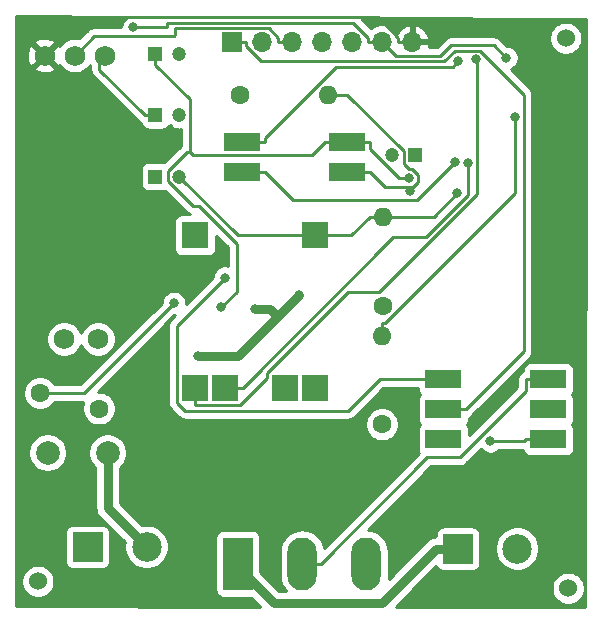
<source format=gtl>
G04 #@! TF.GenerationSoftware,KiCad,Pcbnew,5.1.6-c6e7f7d~87~ubuntu18.04.1*
G04 #@! TF.CreationDate,2020-10-10T14:26:16+05:30*
G04 #@! TF.ProjectId,BackEnd_HeavyDevice_v1,4261636b-456e-4645-9f48-656176794465,rev?*
G04 #@! TF.SameCoordinates,Original*
G04 #@! TF.FileFunction,Copper,L1,Top*
G04 #@! TF.FilePolarity,Positive*
%FSLAX46Y46*%
G04 Gerber Fmt 4.6, Leading zero omitted, Abs format (unit mm)*
G04 Created by KiCad (PCBNEW 5.1.6-c6e7f7d~87~ubuntu18.04.1) date 2020-10-10 14:26:16*
%MOMM*%
%LPD*%
G01*
G04 APERTURE LIST*
G04 #@! TA.AperFunction,ComponentPad*
%ADD10C,1.524000*%
G04 #@! TD*
G04 #@! TA.AperFunction,ComponentPad*
%ADD11C,1.200000*%
G04 #@! TD*
G04 #@! TA.AperFunction,ComponentPad*
%ADD12R,1.200000X1.200000*%
G04 #@! TD*
G04 #@! TA.AperFunction,ComponentPad*
%ADD13C,1.600000*%
G04 #@! TD*
G04 #@! TA.AperFunction,ComponentPad*
%ADD14O,1.600000X1.600000*%
G04 #@! TD*
G04 #@! TA.AperFunction,ComponentPad*
%ADD15C,2.000000*%
G04 #@! TD*
G04 #@! TA.AperFunction,ComponentPad*
%ADD16C,2.500000*%
G04 #@! TD*
G04 #@! TA.AperFunction,ComponentPad*
%ADD17R,2.500000X2.500000*%
G04 #@! TD*
G04 #@! TA.AperFunction,ComponentPad*
%ADD18O,1.700000X1.700000*%
G04 #@! TD*
G04 #@! TA.AperFunction,ComponentPad*
%ADD19R,1.700000X1.700000*%
G04 #@! TD*
G04 #@! TA.AperFunction,ComponentPad*
%ADD20O,2.500000X4.500000*%
G04 #@! TD*
G04 #@! TA.AperFunction,ComponentPad*
%ADD21R,2.500000X4.500000*%
G04 #@! TD*
G04 #@! TA.AperFunction,ComponentPad*
%ADD22R,2.286000X2.286000*%
G04 #@! TD*
G04 #@! TA.AperFunction,SMDPad,CuDef*
%ADD23R,3.100000X1.600000*%
G04 #@! TD*
G04 #@! TA.AperFunction,ComponentPad*
%ADD24C,1.750000*%
G04 #@! TD*
G04 #@! TA.AperFunction,ViaPad*
%ADD25C,0.800000*%
G04 #@! TD*
G04 #@! TA.AperFunction,Conductor*
%ADD26C,0.250000*%
G04 #@! TD*
G04 #@! TA.AperFunction,Conductor*
%ADD27C,0.800000*%
G04 #@! TD*
G04 #@! TA.AperFunction,Conductor*
%ADD28C,0.254000*%
G04 #@! TD*
G04 APERTURE END LIST*
D10*
X153101000Y-135156000D03*
X108222000Y-134567000D03*
X152916000Y-88577400D03*
D11*
X120161000Y-100294000D03*
D12*
X118161000Y-100294000D03*
D11*
X120166000Y-89893100D03*
D12*
X118166000Y-89893100D03*
D13*
X125291000Y-93370400D03*
D14*
X132791000Y-93370400D03*
D12*
X140178000Y-98473300D03*
D11*
X138178000Y-98473300D03*
D14*
X137350000Y-113780000D03*
D13*
X137350000Y-121280000D03*
D12*
X118166000Y-95079800D03*
D11*
X120166000Y-95079800D03*
D14*
X137427000Y-103714000D03*
D13*
X137427000Y-111214000D03*
D15*
X109035000Y-123668000D03*
X114115000Y-123678000D03*
D16*
X117418000Y-131648000D03*
D17*
X112418000Y-131648000D03*
D18*
X139903000Y-88902500D03*
X137363000Y-88902500D03*
X134823000Y-88902500D03*
X132283000Y-88902500D03*
X129743000Y-88902500D03*
X127203000Y-88902500D03*
D19*
X124663000Y-88902500D03*
D17*
X143784000Y-131803000D03*
D16*
X148784000Y-131803000D03*
D20*
X136036000Y-133068000D03*
X130586000Y-133068000D03*
D21*
X125136000Y-133068000D03*
D22*
X131711000Y-105276000D03*
X121531000Y-105276000D03*
X131691000Y-118196000D03*
X129151000Y-118196000D03*
X124071000Y-118196000D03*
X121531000Y-118196000D03*
D13*
X113400000Y-119936000D03*
X108400000Y-118636000D03*
D23*
X134424000Y-97330300D03*
X125534000Y-99870300D03*
X134424000Y-99870300D03*
X125534000Y-97330300D03*
D24*
X108791000Y-90050500D03*
X113871000Y-90050500D03*
X111331000Y-90050500D03*
X110441000Y-114050500D03*
X113301000Y-114050500D03*
D23*
X151435000Y-117462000D03*
X142545000Y-122542000D03*
X151435000Y-120002000D03*
X142545000Y-120002000D03*
X151435000Y-122542000D03*
X142545000Y-117462000D03*
D25*
X121734580Y-115496340D03*
X130350260Y-110304580D03*
X143717200Y-101722500D03*
X147880000Y-90251500D03*
X116291360Y-87665560D03*
X139665300Y-100440600D03*
X123751340Y-111348520D03*
X139716000Y-101528800D03*
X148585300Y-95224700D03*
X144607800Y-99160100D03*
X119727400Y-111011700D03*
X126606300Y-111485680D03*
X124055700Y-108860700D03*
X143821400Y-90543700D03*
X143535100Y-99051400D03*
X145269800Y-90372600D03*
X146522500Y-122715600D03*
D26*
X131711000Y-105276000D02*
X125143000Y-105276000D01*
X125143000Y-105276000D02*
X120161000Y-100294000D01*
X136301700Y-103714000D02*
X134739700Y-105276000D01*
X134739700Y-105276000D02*
X131711000Y-105276000D01*
X138552300Y-103714000D02*
X141725700Y-103714000D01*
X141725700Y-103714000D02*
X143717200Y-101722500D01*
X137427000Y-103714000D02*
X138552300Y-103714000D01*
X137427000Y-103714000D02*
X136301700Y-103714000D01*
X113421200Y-91260300D02*
X117240700Y-95079800D01*
X136187700Y-88902500D02*
X136187700Y-88535100D01*
X136187700Y-88535100D02*
X134926500Y-87273900D01*
X113871000Y-90050500D02*
X113421200Y-90500300D01*
X113421200Y-90500300D02*
X113421200Y-91260300D01*
X118166000Y-95079800D02*
X117240700Y-95079800D01*
X137363000Y-88902500D02*
X136187700Y-88902500D01*
X147880000Y-90251500D02*
X146807500Y-89179000D01*
X146807500Y-89179000D02*
X143211500Y-89179000D01*
X143211500Y-89179000D02*
X142297200Y-90093300D01*
X142297200Y-90093300D02*
X138553800Y-90093300D01*
X138553800Y-90093300D02*
X137363000Y-88902500D01*
X119122960Y-87665060D02*
X119123460Y-87665560D01*
X119122960Y-87273900D02*
X119122960Y-87665060D01*
X134926500Y-87273900D02*
X119122960Y-87273900D01*
X119123460Y-87665560D02*
X116291360Y-87665560D01*
X116291360Y-87665560D02*
X116291360Y-87665560D01*
X134424000Y-97330300D02*
X136299300Y-97330300D01*
X139665300Y-100440600D02*
X138794200Y-100440600D01*
X138794200Y-100440600D02*
X136299300Y-97945700D01*
X136299300Y-97945700D02*
X136299300Y-97330300D01*
X134424000Y-97330300D02*
X132548700Y-97330300D01*
X121107900Y-98230400D02*
X120854200Y-98230400D01*
X120854200Y-98230400D02*
X119227400Y-99857200D01*
X119227400Y-99857200D02*
X119227400Y-100670200D01*
X119227400Y-100670200D02*
X121334100Y-102776900D01*
X121334100Y-102776900D02*
X121836700Y-102776900D01*
X121836700Y-102776900D02*
X125031000Y-105971200D01*
X118166000Y-90818400D02*
X121107900Y-93760300D01*
X121107900Y-93760300D02*
X121107900Y-98230400D01*
X132548700Y-97330300D02*
X131423400Y-98455600D01*
X131423400Y-98455600D02*
X121333100Y-98455600D01*
X121333100Y-98455600D02*
X121107900Y-98230400D01*
X118166000Y-89893100D02*
X118166000Y-90818400D01*
X125031000Y-105971200D02*
X125031000Y-109029000D01*
X125031000Y-110068860D02*
X123751340Y-111348520D01*
X125031000Y-109029000D02*
X125031000Y-110068860D01*
X139716000Y-101166700D02*
X139716000Y-101528800D01*
X139716000Y-101166700D02*
X137595700Y-101166700D01*
X137595700Y-101166700D02*
X136299300Y-99870300D01*
X132791000Y-93370400D02*
X134416300Y-93370400D01*
X134416300Y-93370400D02*
X139194600Y-98148700D01*
X139194600Y-98148700D02*
X139194600Y-99202400D01*
X139194600Y-99202400D02*
X139632800Y-99640600D01*
X139632800Y-99640600D02*
X139905900Y-99640600D01*
X139905900Y-99640600D02*
X140396900Y-100131600D01*
X140396900Y-100131600D02*
X140396900Y-100739600D01*
X140396900Y-100739600D02*
X139969800Y-101166700D01*
X139969800Y-101166700D02*
X139716000Y-101166700D01*
X134424000Y-99870300D02*
X136299300Y-99870300D01*
X148585300Y-95224700D02*
X148585300Y-101700700D01*
X148585300Y-101700700D02*
X137631300Y-112654700D01*
X137631300Y-112654700D02*
X137350000Y-112654700D01*
X137350000Y-113780000D02*
X137350000Y-112654700D01*
X107845860Y-89105360D02*
X108791000Y-90050500D01*
X107845860Y-87370920D02*
X107845860Y-89105360D01*
X139903000Y-88902500D02*
X138727700Y-88902500D01*
X138727700Y-88535200D02*
X137016000Y-86823500D01*
X138727700Y-88902500D02*
X138727700Y-88535200D01*
X137016000Y-86823500D02*
X108393280Y-86823500D01*
X108393280Y-86823500D02*
X107845860Y-87370920D01*
D27*
X117418000Y-131648000D02*
X114115000Y-128345000D01*
X114115000Y-128345000D02*
X114115000Y-123678000D01*
D26*
X124071000Y-118196000D02*
X125539300Y-118196000D01*
X125539300Y-118196000D02*
X138290200Y-105445100D01*
X138290200Y-105445100D02*
X141059900Y-105445100D01*
X141059900Y-105445100D02*
X144607800Y-101897200D01*
X144607800Y-101897200D02*
X144607800Y-99160100D01*
X108400000Y-118636000D02*
X112103100Y-118636000D01*
X112103100Y-118636000D02*
X119727400Y-111011700D01*
D27*
X121734580Y-115496340D02*
X125158500Y-115496340D01*
X128469390Y-112185450D02*
X128469390Y-112068610D01*
X128469390Y-112185450D02*
X130350260Y-110304580D01*
X125158500Y-115496340D02*
X128469390Y-112185450D01*
X127886460Y-111485680D02*
X126606300Y-111485680D01*
X128469390Y-112068610D02*
X127886460Y-111485680D01*
D26*
X127759800Y-87727200D02*
X128567700Y-88535100D01*
X128567700Y-88535100D02*
X128567700Y-88902500D01*
X129743000Y-88902500D02*
X128567700Y-88902500D01*
X119803500Y-87727200D02*
X127759800Y-87727200D01*
X119803500Y-87727200D02*
X119803500Y-88319020D01*
X119731720Y-88390800D02*
X112990700Y-88390800D01*
X119803500Y-88319020D02*
X119731720Y-88390800D01*
X111331000Y-90050500D02*
X112990700Y-88390800D01*
X124663000Y-88902500D02*
X125838300Y-88902500D01*
X142545000Y-120002000D02*
X144420300Y-120002000D01*
X144420300Y-120002000D02*
X149330400Y-115091900D01*
X149330400Y-115091900D02*
X149330400Y-93354400D01*
X149330400Y-93354400D02*
X145605300Y-89629300D01*
X145605300Y-89629300D02*
X143554400Y-89629300D01*
X143554400Y-89629300D02*
X142640000Y-90543700D01*
X142640000Y-90543700D02*
X127112200Y-90543700D01*
X127112200Y-90543700D02*
X125838300Y-89269800D01*
X125838300Y-89269800D02*
X125838300Y-88902500D01*
D27*
X141933700Y-131803000D02*
X143784000Y-131803000D01*
X125136000Y-133068000D02*
X125136000Y-133365600D01*
X125136000Y-133365600D02*
X127688410Y-135918010D01*
X127688410Y-135918010D02*
X127721430Y-135918010D01*
X127721430Y-135918010D02*
X128196340Y-136392920D01*
X128196340Y-136392920D02*
X137343780Y-136392920D01*
X137343780Y-136392920D02*
X141933700Y-131803000D01*
D26*
X130586000Y-133068000D02*
X132161300Y-133068000D01*
X151435000Y-117462000D02*
X149559700Y-117462000D01*
X149559700Y-117462000D02*
X149559700Y-118446600D01*
X149559700Y-118446600D02*
X143938900Y-124067400D01*
X143938900Y-124067400D02*
X141161900Y-124067400D01*
X141161900Y-124067400D02*
X132161300Y-133068000D01*
X124055700Y-108860700D02*
X120000700Y-112915700D01*
X120000700Y-112915700D02*
X120000700Y-119450500D01*
X120000700Y-119450500D02*
X120664800Y-120114600D01*
X120664800Y-120114600D02*
X134500800Y-120114600D01*
X134500800Y-120114600D02*
X137153400Y-117462000D01*
X137153400Y-117462000D02*
X142545000Y-117462000D01*
X127409300Y-97330300D02*
X127409300Y-97049000D01*
X127409300Y-97049000D02*
X133464300Y-90994000D01*
X133464300Y-90994000D02*
X143371100Y-90994000D01*
X143371100Y-90994000D02*
X143821400Y-90543700D01*
X125534000Y-97330300D02*
X127409300Y-97330300D01*
X125534000Y-99870300D02*
X127409300Y-99870300D01*
X127409300Y-99870300D02*
X129793200Y-102254200D01*
X129793200Y-102254200D02*
X140332300Y-102254200D01*
X140332300Y-102254200D02*
X143535100Y-99051400D01*
X145269800Y-90372600D02*
X145353500Y-90456300D01*
X145353500Y-90456300D02*
X145353500Y-101788400D01*
X145353500Y-101788400D02*
X137053300Y-110088600D01*
X137053300Y-110088600D02*
X134443800Y-110088600D01*
X134443800Y-110088600D02*
X127644600Y-116887800D01*
X127644600Y-116887800D02*
X127644600Y-117368500D01*
X127644600Y-117368500D02*
X125348800Y-119664300D01*
X125348800Y-119664300D02*
X121531000Y-119664300D01*
X121531000Y-118196000D02*
X121531000Y-119664300D01*
X151435000Y-122542000D02*
X149559700Y-122542000D01*
X149559700Y-122542000D02*
X149386100Y-122715600D01*
X149386100Y-122715600D02*
X146522500Y-122715600D01*
D28*
G36*
X154650234Y-86991656D02*
G01*
X154569366Y-136710380D01*
X138495088Y-136705322D01*
X140182002Y-135018408D01*
X151704000Y-135018408D01*
X151704000Y-135293592D01*
X151757686Y-135563490D01*
X151862995Y-135817727D01*
X152015880Y-136046535D01*
X152210465Y-136241120D01*
X152439273Y-136394005D01*
X152693510Y-136499314D01*
X152963408Y-136553000D01*
X153238592Y-136553000D01*
X153508490Y-136499314D01*
X153762727Y-136394005D01*
X153991535Y-136241120D01*
X154186120Y-136046535D01*
X154339005Y-135817727D01*
X154444314Y-135563490D01*
X154498000Y-135293592D01*
X154498000Y-135018408D01*
X154444314Y-134748510D01*
X154339005Y-134494273D01*
X154186120Y-134265465D01*
X153991535Y-134070880D01*
X153762727Y-133917995D01*
X153508490Y-133812686D01*
X153238592Y-133759000D01*
X152963408Y-133759000D01*
X152693510Y-133812686D01*
X152439273Y-133917995D01*
X152210465Y-134070880D01*
X152015880Y-134265465D01*
X151862995Y-134494273D01*
X151757686Y-134748510D01*
X151704000Y-135018408D01*
X140182002Y-135018408D01*
X141934893Y-133265518D01*
X141944498Y-133297180D01*
X142003463Y-133407494D01*
X142082815Y-133504185D01*
X142179506Y-133583537D01*
X142289820Y-133642502D01*
X142409518Y-133678812D01*
X142534000Y-133691072D01*
X145034000Y-133691072D01*
X145158482Y-133678812D01*
X145278180Y-133642502D01*
X145388494Y-133583537D01*
X145485185Y-133504185D01*
X145564537Y-133407494D01*
X145623502Y-133297180D01*
X145659812Y-133177482D01*
X145672072Y-133053000D01*
X145672072Y-131617344D01*
X146899000Y-131617344D01*
X146899000Y-131988656D01*
X146971439Y-132352834D01*
X147113534Y-132695882D01*
X147319825Y-133004618D01*
X147582382Y-133267175D01*
X147891118Y-133473466D01*
X148234166Y-133615561D01*
X148598344Y-133688000D01*
X148969656Y-133688000D01*
X149333834Y-133615561D01*
X149676882Y-133473466D01*
X149985618Y-133267175D01*
X150248175Y-133004618D01*
X150454466Y-132695882D01*
X150596561Y-132352834D01*
X150669000Y-131988656D01*
X150669000Y-131617344D01*
X150596561Y-131253166D01*
X150454466Y-130910118D01*
X150248175Y-130601382D01*
X149985618Y-130338825D01*
X149676882Y-130132534D01*
X149333834Y-129990439D01*
X148969656Y-129918000D01*
X148598344Y-129918000D01*
X148234166Y-129990439D01*
X147891118Y-130132534D01*
X147582382Y-130338825D01*
X147319825Y-130601382D01*
X147113534Y-130910118D01*
X146971439Y-131253166D01*
X146899000Y-131617344D01*
X145672072Y-131617344D01*
X145672072Y-130553000D01*
X145659812Y-130428518D01*
X145623502Y-130308820D01*
X145564537Y-130198506D01*
X145485185Y-130101815D01*
X145388494Y-130022463D01*
X145278180Y-129963498D01*
X145158482Y-129927188D01*
X145034000Y-129914928D01*
X142534000Y-129914928D01*
X142409518Y-129927188D01*
X142289820Y-129963498D01*
X142179506Y-130022463D01*
X142082815Y-130101815D01*
X142003463Y-130198506D01*
X141944498Y-130308820D01*
X141908188Y-130428518D01*
X141895928Y-130553000D01*
X141895928Y-130766714D01*
X141882871Y-130768000D01*
X141882862Y-130768000D01*
X141730805Y-130782976D01*
X141535707Y-130842159D01*
X141452009Y-130886896D01*
X141355902Y-130938266D01*
X141261570Y-131015683D01*
X141198304Y-131067604D01*
X141165897Y-131107092D01*
X137900090Y-134372900D01*
X137921000Y-134160597D01*
X137921000Y-131975403D01*
X137893725Y-131698476D01*
X137785939Y-131343152D01*
X137610903Y-131015683D01*
X137375345Y-130728655D01*
X137088317Y-130493097D01*
X136760847Y-130318061D01*
X136405523Y-130210275D01*
X136121773Y-130182328D01*
X141476702Y-124827400D01*
X143901578Y-124827400D01*
X143938900Y-124831076D01*
X143976222Y-124827400D01*
X143976233Y-124827400D01*
X144087886Y-124816403D01*
X144231147Y-124772946D01*
X144363176Y-124702374D01*
X144478901Y-124607401D01*
X144502704Y-124578397D01*
X145713422Y-123367680D01*
X145718563Y-123375374D01*
X145862726Y-123519537D01*
X146032244Y-123632805D01*
X146220602Y-123710826D01*
X146420561Y-123750600D01*
X146624439Y-123750600D01*
X146824398Y-123710826D01*
X147012756Y-123632805D01*
X147182274Y-123519537D01*
X147226211Y-123475600D01*
X149261954Y-123475600D01*
X149295498Y-123586180D01*
X149354463Y-123696494D01*
X149433815Y-123793185D01*
X149530506Y-123872537D01*
X149640820Y-123931502D01*
X149760518Y-123967812D01*
X149885000Y-123980072D01*
X152985000Y-123980072D01*
X153109482Y-123967812D01*
X153229180Y-123931502D01*
X153339494Y-123872537D01*
X153436185Y-123793185D01*
X153515537Y-123696494D01*
X153574502Y-123586180D01*
X153610812Y-123466482D01*
X153623072Y-123342000D01*
X153623072Y-121742000D01*
X153610812Y-121617518D01*
X153574502Y-121497820D01*
X153515537Y-121387506D01*
X153436185Y-121290815D01*
X153413259Y-121272000D01*
X153436185Y-121253185D01*
X153515537Y-121156494D01*
X153574502Y-121046180D01*
X153610812Y-120926482D01*
X153623072Y-120802000D01*
X153623072Y-119202000D01*
X153610812Y-119077518D01*
X153574502Y-118957820D01*
X153515537Y-118847506D01*
X153436185Y-118750815D01*
X153413259Y-118732000D01*
X153436185Y-118713185D01*
X153515537Y-118616494D01*
X153574502Y-118506180D01*
X153610812Y-118386482D01*
X153623072Y-118262000D01*
X153623072Y-116662000D01*
X153610812Y-116537518D01*
X153574502Y-116417820D01*
X153515537Y-116307506D01*
X153436185Y-116210815D01*
X153339494Y-116131463D01*
X153229180Y-116072498D01*
X153109482Y-116036188D01*
X152985000Y-116023928D01*
X149885000Y-116023928D01*
X149760518Y-116036188D01*
X149640820Y-116072498D01*
X149530506Y-116131463D01*
X149433815Y-116210815D01*
X149354463Y-116307506D01*
X149295498Y-116417820D01*
X149259188Y-116537518D01*
X149246928Y-116662000D01*
X149246928Y-116767425D01*
X149135424Y-116827026D01*
X149019699Y-116921999D01*
X148924726Y-117037724D01*
X148854154Y-117169753D01*
X148810697Y-117313014D01*
X148796023Y-117462000D01*
X148799700Y-117499334D01*
X148799701Y-118131797D01*
X144733072Y-122198427D01*
X144733072Y-121742000D01*
X144720812Y-121617518D01*
X144684502Y-121497820D01*
X144625537Y-121387506D01*
X144546185Y-121290815D01*
X144523259Y-121272000D01*
X144546185Y-121253185D01*
X144625537Y-121156494D01*
X144684502Y-121046180D01*
X144720812Y-120926482D01*
X144733072Y-120802000D01*
X144733072Y-120696575D01*
X144844576Y-120636974D01*
X144960301Y-120542001D01*
X144984104Y-120512997D01*
X149841404Y-115655698D01*
X149870401Y-115631901D01*
X149897994Y-115598279D01*
X149965374Y-115516177D01*
X150035946Y-115384147D01*
X150035946Y-115384146D01*
X150079403Y-115240886D01*
X150090400Y-115129233D01*
X150090400Y-115129223D01*
X150094076Y-115091901D01*
X150090400Y-115054578D01*
X150090400Y-93391723D01*
X150094076Y-93354400D01*
X150090400Y-93317077D01*
X150090400Y-93317067D01*
X150079403Y-93205414D01*
X150035946Y-93062153D01*
X150000919Y-92996623D01*
X149965374Y-92930123D01*
X149894199Y-92843397D01*
X149870401Y-92814399D01*
X149841403Y-92790601D01*
X148263660Y-91212859D01*
X148370256Y-91168705D01*
X148539774Y-91055437D01*
X148683937Y-90911274D01*
X148797205Y-90741756D01*
X148875226Y-90553398D01*
X148915000Y-90353439D01*
X148915000Y-90149561D01*
X148875226Y-89949602D01*
X148797205Y-89761244D01*
X148683937Y-89591726D01*
X148539774Y-89447563D01*
X148370256Y-89334295D01*
X148181898Y-89256274D01*
X147981939Y-89216500D01*
X147919802Y-89216500D01*
X147371304Y-88668002D01*
X147347501Y-88638999D01*
X147231776Y-88544026D01*
X147099747Y-88473454D01*
X146988830Y-88439808D01*
X151519000Y-88439808D01*
X151519000Y-88714992D01*
X151572686Y-88984890D01*
X151677995Y-89239127D01*
X151830880Y-89467935D01*
X152025465Y-89662520D01*
X152254273Y-89815405D01*
X152508510Y-89920714D01*
X152778408Y-89974400D01*
X153053592Y-89974400D01*
X153323490Y-89920714D01*
X153577727Y-89815405D01*
X153806535Y-89662520D01*
X154001120Y-89467935D01*
X154154005Y-89239127D01*
X154259314Y-88984890D01*
X154313000Y-88714992D01*
X154313000Y-88439808D01*
X154259314Y-88169910D01*
X154154005Y-87915673D01*
X154001120Y-87686865D01*
X153806535Y-87492280D01*
X153577727Y-87339395D01*
X153323490Y-87234086D01*
X153053592Y-87180400D01*
X152778408Y-87180400D01*
X152508510Y-87234086D01*
X152254273Y-87339395D01*
X152025465Y-87492280D01*
X151830880Y-87686865D01*
X151677995Y-87915673D01*
X151572686Y-88169910D01*
X151519000Y-88439808D01*
X146988830Y-88439808D01*
X146956486Y-88429997D01*
X146844833Y-88419000D01*
X146844822Y-88419000D01*
X146807500Y-88415324D01*
X146770178Y-88419000D01*
X143248822Y-88419000D01*
X143211499Y-88415324D01*
X143174176Y-88419000D01*
X143174167Y-88419000D01*
X143062514Y-88429997D01*
X142919253Y-88473454D01*
X142787224Y-88544026D01*
X142787222Y-88544027D01*
X142787223Y-88544027D01*
X142700496Y-88615201D01*
X142700492Y-88615205D01*
X142671499Y-88638999D01*
X142647705Y-88667992D01*
X141982398Y-89333300D01*
X141318263Y-89333300D01*
X141344481Y-89259391D01*
X141223814Y-89029500D01*
X140030000Y-89029500D01*
X140030000Y-89049500D01*
X139776000Y-89049500D01*
X139776000Y-89029500D01*
X139756000Y-89029500D01*
X139756000Y-88775500D01*
X139776000Y-88775500D01*
X139776000Y-87582345D01*
X140030000Y-87582345D01*
X140030000Y-88775500D01*
X141223814Y-88775500D01*
X141344481Y-88545609D01*
X141247157Y-88271248D01*
X141098178Y-88021145D01*
X140903269Y-87804912D01*
X140669920Y-87630859D01*
X140407099Y-87505675D01*
X140259890Y-87461024D01*
X140030000Y-87582345D01*
X139776000Y-87582345D01*
X139546110Y-87461024D01*
X139398901Y-87505675D01*
X139136080Y-87630859D01*
X138902731Y-87804912D01*
X138707822Y-88021145D01*
X138638195Y-88138034D01*
X138516475Y-87955868D01*
X138309632Y-87749025D01*
X138066411Y-87586510D01*
X137796158Y-87474568D01*
X137509260Y-87417500D01*
X137216740Y-87417500D01*
X136929842Y-87474568D01*
X136659589Y-87586510D01*
X136452371Y-87724969D01*
X135598388Y-86870986D01*
X154650234Y-86991656D01*
G37*
X154650234Y-86991656D02*
X154569366Y-136710380D01*
X138495088Y-136705322D01*
X140182002Y-135018408D01*
X151704000Y-135018408D01*
X151704000Y-135293592D01*
X151757686Y-135563490D01*
X151862995Y-135817727D01*
X152015880Y-136046535D01*
X152210465Y-136241120D01*
X152439273Y-136394005D01*
X152693510Y-136499314D01*
X152963408Y-136553000D01*
X153238592Y-136553000D01*
X153508490Y-136499314D01*
X153762727Y-136394005D01*
X153991535Y-136241120D01*
X154186120Y-136046535D01*
X154339005Y-135817727D01*
X154444314Y-135563490D01*
X154498000Y-135293592D01*
X154498000Y-135018408D01*
X154444314Y-134748510D01*
X154339005Y-134494273D01*
X154186120Y-134265465D01*
X153991535Y-134070880D01*
X153762727Y-133917995D01*
X153508490Y-133812686D01*
X153238592Y-133759000D01*
X152963408Y-133759000D01*
X152693510Y-133812686D01*
X152439273Y-133917995D01*
X152210465Y-134070880D01*
X152015880Y-134265465D01*
X151862995Y-134494273D01*
X151757686Y-134748510D01*
X151704000Y-135018408D01*
X140182002Y-135018408D01*
X141934893Y-133265518D01*
X141944498Y-133297180D01*
X142003463Y-133407494D01*
X142082815Y-133504185D01*
X142179506Y-133583537D01*
X142289820Y-133642502D01*
X142409518Y-133678812D01*
X142534000Y-133691072D01*
X145034000Y-133691072D01*
X145158482Y-133678812D01*
X145278180Y-133642502D01*
X145388494Y-133583537D01*
X145485185Y-133504185D01*
X145564537Y-133407494D01*
X145623502Y-133297180D01*
X145659812Y-133177482D01*
X145672072Y-133053000D01*
X145672072Y-131617344D01*
X146899000Y-131617344D01*
X146899000Y-131988656D01*
X146971439Y-132352834D01*
X147113534Y-132695882D01*
X147319825Y-133004618D01*
X147582382Y-133267175D01*
X147891118Y-133473466D01*
X148234166Y-133615561D01*
X148598344Y-133688000D01*
X148969656Y-133688000D01*
X149333834Y-133615561D01*
X149676882Y-133473466D01*
X149985618Y-133267175D01*
X150248175Y-133004618D01*
X150454466Y-132695882D01*
X150596561Y-132352834D01*
X150669000Y-131988656D01*
X150669000Y-131617344D01*
X150596561Y-131253166D01*
X150454466Y-130910118D01*
X150248175Y-130601382D01*
X149985618Y-130338825D01*
X149676882Y-130132534D01*
X149333834Y-129990439D01*
X148969656Y-129918000D01*
X148598344Y-129918000D01*
X148234166Y-129990439D01*
X147891118Y-130132534D01*
X147582382Y-130338825D01*
X147319825Y-130601382D01*
X147113534Y-130910118D01*
X146971439Y-131253166D01*
X146899000Y-131617344D01*
X145672072Y-131617344D01*
X145672072Y-130553000D01*
X145659812Y-130428518D01*
X145623502Y-130308820D01*
X145564537Y-130198506D01*
X145485185Y-130101815D01*
X145388494Y-130022463D01*
X145278180Y-129963498D01*
X145158482Y-129927188D01*
X145034000Y-129914928D01*
X142534000Y-129914928D01*
X142409518Y-129927188D01*
X142289820Y-129963498D01*
X142179506Y-130022463D01*
X142082815Y-130101815D01*
X142003463Y-130198506D01*
X141944498Y-130308820D01*
X141908188Y-130428518D01*
X141895928Y-130553000D01*
X141895928Y-130766714D01*
X141882871Y-130768000D01*
X141882862Y-130768000D01*
X141730805Y-130782976D01*
X141535707Y-130842159D01*
X141452009Y-130886896D01*
X141355902Y-130938266D01*
X141261570Y-131015683D01*
X141198304Y-131067604D01*
X141165897Y-131107092D01*
X137900090Y-134372900D01*
X137921000Y-134160597D01*
X137921000Y-131975403D01*
X137893725Y-131698476D01*
X137785939Y-131343152D01*
X137610903Y-131015683D01*
X137375345Y-130728655D01*
X137088317Y-130493097D01*
X136760847Y-130318061D01*
X136405523Y-130210275D01*
X136121773Y-130182328D01*
X141476702Y-124827400D01*
X143901578Y-124827400D01*
X143938900Y-124831076D01*
X143976222Y-124827400D01*
X143976233Y-124827400D01*
X144087886Y-124816403D01*
X144231147Y-124772946D01*
X144363176Y-124702374D01*
X144478901Y-124607401D01*
X144502704Y-124578397D01*
X145713422Y-123367680D01*
X145718563Y-123375374D01*
X145862726Y-123519537D01*
X146032244Y-123632805D01*
X146220602Y-123710826D01*
X146420561Y-123750600D01*
X146624439Y-123750600D01*
X146824398Y-123710826D01*
X147012756Y-123632805D01*
X147182274Y-123519537D01*
X147226211Y-123475600D01*
X149261954Y-123475600D01*
X149295498Y-123586180D01*
X149354463Y-123696494D01*
X149433815Y-123793185D01*
X149530506Y-123872537D01*
X149640820Y-123931502D01*
X149760518Y-123967812D01*
X149885000Y-123980072D01*
X152985000Y-123980072D01*
X153109482Y-123967812D01*
X153229180Y-123931502D01*
X153339494Y-123872537D01*
X153436185Y-123793185D01*
X153515537Y-123696494D01*
X153574502Y-123586180D01*
X153610812Y-123466482D01*
X153623072Y-123342000D01*
X153623072Y-121742000D01*
X153610812Y-121617518D01*
X153574502Y-121497820D01*
X153515537Y-121387506D01*
X153436185Y-121290815D01*
X153413259Y-121272000D01*
X153436185Y-121253185D01*
X153515537Y-121156494D01*
X153574502Y-121046180D01*
X153610812Y-120926482D01*
X153623072Y-120802000D01*
X153623072Y-119202000D01*
X153610812Y-119077518D01*
X153574502Y-118957820D01*
X153515537Y-118847506D01*
X153436185Y-118750815D01*
X153413259Y-118732000D01*
X153436185Y-118713185D01*
X153515537Y-118616494D01*
X153574502Y-118506180D01*
X153610812Y-118386482D01*
X153623072Y-118262000D01*
X153623072Y-116662000D01*
X153610812Y-116537518D01*
X153574502Y-116417820D01*
X153515537Y-116307506D01*
X153436185Y-116210815D01*
X153339494Y-116131463D01*
X153229180Y-116072498D01*
X153109482Y-116036188D01*
X152985000Y-116023928D01*
X149885000Y-116023928D01*
X149760518Y-116036188D01*
X149640820Y-116072498D01*
X149530506Y-116131463D01*
X149433815Y-116210815D01*
X149354463Y-116307506D01*
X149295498Y-116417820D01*
X149259188Y-116537518D01*
X149246928Y-116662000D01*
X149246928Y-116767425D01*
X149135424Y-116827026D01*
X149019699Y-116921999D01*
X148924726Y-117037724D01*
X148854154Y-117169753D01*
X148810697Y-117313014D01*
X148796023Y-117462000D01*
X148799700Y-117499334D01*
X148799701Y-118131797D01*
X144733072Y-122198427D01*
X144733072Y-121742000D01*
X144720812Y-121617518D01*
X144684502Y-121497820D01*
X144625537Y-121387506D01*
X144546185Y-121290815D01*
X144523259Y-121272000D01*
X144546185Y-121253185D01*
X144625537Y-121156494D01*
X144684502Y-121046180D01*
X144720812Y-120926482D01*
X144733072Y-120802000D01*
X144733072Y-120696575D01*
X144844576Y-120636974D01*
X144960301Y-120542001D01*
X144984104Y-120512997D01*
X149841404Y-115655698D01*
X149870401Y-115631901D01*
X149897994Y-115598279D01*
X149965374Y-115516177D01*
X150035946Y-115384147D01*
X150035946Y-115384146D01*
X150079403Y-115240886D01*
X150090400Y-115129233D01*
X150090400Y-115129223D01*
X150094076Y-115091901D01*
X150090400Y-115054578D01*
X150090400Y-93391723D01*
X150094076Y-93354400D01*
X150090400Y-93317077D01*
X150090400Y-93317067D01*
X150079403Y-93205414D01*
X150035946Y-93062153D01*
X150000919Y-92996623D01*
X149965374Y-92930123D01*
X149894199Y-92843397D01*
X149870401Y-92814399D01*
X149841403Y-92790601D01*
X148263660Y-91212859D01*
X148370256Y-91168705D01*
X148539774Y-91055437D01*
X148683937Y-90911274D01*
X148797205Y-90741756D01*
X148875226Y-90553398D01*
X148915000Y-90353439D01*
X148915000Y-90149561D01*
X148875226Y-89949602D01*
X148797205Y-89761244D01*
X148683937Y-89591726D01*
X148539774Y-89447563D01*
X148370256Y-89334295D01*
X148181898Y-89256274D01*
X147981939Y-89216500D01*
X147919802Y-89216500D01*
X147371304Y-88668002D01*
X147347501Y-88638999D01*
X147231776Y-88544026D01*
X147099747Y-88473454D01*
X146988830Y-88439808D01*
X151519000Y-88439808D01*
X151519000Y-88714992D01*
X151572686Y-88984890D01*
X151677995Y-89239127D01*
X151830880Y-89467935D01*
X152025465Y-89662520D01*
X152254273Y-89815405D01*
X152508510Y-89920714D01*
X152778408Y-89974400D01*
X153053592Y-89974400D01*
X153323490Y-89920714D01*
X153577727Y-89815405D01*
X153806535Y-89662520D01*
X154001120Y-89467935D01*
X154154005Y-89239127D01*
X154259314Y-88984890D01*
X154313000Y-88714992D01*
X154313000Y-88439808D01*
X154259314Y-88169910D01*
X154154005Y-87915673D01*
X154001120Y-87686865D01*
X153806535Y-87492280D01*
X153577727Y-87339395D01*
X153323490Y-87234086D01*
X153053592Y-87180400D01*
X152778408Y-87180400D01*
X152508510Y-87234086D01*
X152254273Y-87339395D01*
X152025465Y-87492280D01*
X151830880Y-87686865D01*
X151677995Y-87915673D01*
X151572686Y-88169910D01*
X151519000Y-88439808D01*
X146988830Y-88439808D01*
X146956486Y-88429997D01*
X146844833Y-88419000D01*
X146844822Y-88419000D01*
X146807500Y-88415324D01*
X146770178Y-88419000D01*
X143248822Y-88419000D01*
X143211499Y-88415324D01*
X143174176Y-88419000D01*
X143174167Y-88419000D01*
X143062514Y-88429997D01*
X142919253Y-88473454D01*
X142787224Y-88544026D01*
X142787222Y-88544027D01*
X142787223Y-88544027D01*
X142700496Y-88615201D01*
X142700492Y-88615205D01*
X142671499Y-88638999D01*
X142647705Y-88667992D01*
X141982398Y-89333300D01*
X141318263Y-89333300D01*
X141344481Y-89259391D01*
X141223814Y-89029500D01*
X140030000Y-89029500D01*
X140030000Y-89049500D01*
X139776000Y-89049500D01*
X139776000Y-89029500D01*
X139756000Y-89029500D01*
X139756000Y-88775500D01*
X139776000Y-88775500D01*
X139776000Y-87582345D01*
X140030000Y-87582345D01*
X140030000Y-88775500D01*
X141223814Y-88775500D01*
X141344481Y-88545609D01*
X141247157Y-88271248D01*
X141098178Y-88021145D01*
X140903269Y-87804912D01*
X140669920Y-87630859D01*
X140407099Y-87505675D01*
X140259890Y-87461024D01*
X140030000Y-87582345D01*
X139776000Y-87582345D01*
X139546110Y-87461024D01*
X139398901Y-87505675D01*
X139136080Y-87630859D01*
X138902731Y-87804912D01*
X138707822Y-88021145D01*
X138638195Y-88138034D01*
X138516475Y-87955868D01*
X138309632Y-87749025D01*
X138066411Y-87586510D01*
X137796158Y-87474568D01*
X137509260Y-87417500D01*
X137216740Y-87417500D01*
X136929842Y-87474568D01*
X136659589Y-87586510D01*
X136452371Y-87724969D01*
X135598388Y-86870986D01*
X154650234Y-86991656D01*
G36*
X115807666Y-86745637D02*
G01*
X115801104Y-86748355D01*
X115631586Y-86861623D01*
X115487423Y-87005786D01*
X115374155Y-87175304D01*
X115296134Y-87363662D01*
X115256360Y-87563621D01*
X115256360Y-87630800D01*
X113028022Y-87630800D01*
X112990699Y-87627124D01*
X112953376Y-87630800D01*
X112953367Y-87630800D01*
X112841714Y-87641797D01*
X112698453Y-87685254D01*
X112566424Y-87755826D01*
X112450699Y-87850799D01*
X112426901Y-87879797D01*
X111718669Y-88588030D01*
X111479722Y-88540500D01*
X111182278Y-88540500D01*
X110890549Y-88598529D01*
X110615747Y-88712356D01*
X110368431Y-88877607D01*
X110158107Y-89087931D01*
X110048712Y-89251653D01*
X109837240Y-89183865D01*
X108970605Y-90050500D01*
X109837240Y-90917135D01*
X110048712Y-90849347D01*
X110158107Y-91013069D01*
X110368431Y-91223393D01*
X110615747Y-91388644D01*
X110890549Y-91502471D01*
X111182278Y-91560500D01*
X111479722Y-91560500D01*
X111771451Y-91502471D01*
X112046253Y-91388644D01*
X112293569Y-91223393D01*
X112503893Y-91013069D01*
X112601000Y-90867738D01*
X112661200Y-90957834D01*
X112661200Y-91222978D01*
X112657524Y-91260300D01*
X112661200Y-91297622D01*
X112661200Y-91297633D01*
X112672197Y-91409286D01*
X112700465Y-91502471D01*
X112715654Y-91552546D01*
X112786226Y-91684576D01*
X112857401Y-91771302D01*
X112881200Y-91800301D01*
X112910198Y-91824099D01*
X116676901Y-95590803D01*
X116700699Y-95619801D01*
X116816424Y-95714774D01*
X116937760Y-95779630D01*
X116940188Y-95804282D01*
X116976498Y-95923980D01*
X117035463Y-96034294D01*
X117114815Y-96130985D01*
X117211506Y-96210337D01*
X117321820Y-96269302D01*
X117441518Y-96305612D01*
X117566000Y-96317872D01*
X118766000Y-96317872D01*
X118890482Y-96305612D01*
X119010180Y-96269302D01*
X119120494Y-96210337D01*
X119217185Y-96130985D01*
X119296537Y-96034294D01*
X119320858Y-95988794D01*
X119378736Y-96046672D01*
X119495842Y-95929566D01*
X119543148Y-96153148D01*
X119764516Y-96254037D01*
X120001313Y-96309800D01*
X120244438Y-96318295D01*
X120347901Y-96301447D01*
X120347901Y-97662741D01*
X120314199Y-97690399D01*
X120290401Y-97719397D01*
X118928547Y-99081252D01*
X118885482Y-99068188D01*
X118761000Y-99055928D01*
X117561000Y-99055928D01*
X117436518Y-99068188D01*
X117316820Y-99104498D01*
X117206506Y-99163463D01*
X117109815Y-99242815D01*
X117030463Y-99339506D01*
X116971498Y-99449820D01*
X116935188Y-99569518D01*
X116922928Y-99694000D01*
X116922928Y-100894000D01*
X116935188Y-101018482D01*
X116971498Y-101138180D01*
X117030463Y-101248494D01*
X117109815Y-101345185D01*
X117206506Y-101424537D01*
X117316820Y-101483502D01*
X117436518Y-101519812D01*
X117561000Y-101532072D01*
X118761000Y-101532072D01*
X118885482Y-101519812D01*
X118975043Y-101492644D01*
X120770300Y-103287902D01*
X120794099Y-103316901D01*
X120909824Y-103411874D01*
X121041853Y-103482446D01*
X121083001Y-103494928D01*
X120388000Y-103494928D01*
X120263518Y-103507188D01*
X120143820Y-103543498D01*
X120033506Y-103602463D01*
X119936815Y-103681815D01*
X119857463Y-103778506D01*
X119798498Y-103888820D01*
X119762188Y-104008518D01*
X119749928Y-104133000D01*
X119749928Y-106419000D01*
X119762188Y-106543482D01*
X119798498Y-106663180D01*
X119857463Y-106773494D01*
X119936815Y-106870185D01*
X120033506Y-106949537D01*
X120143820Y-107008502D01*
X120263518Y-107044812D01*
X120388000Y-107057072D01*
X122674000Y-107057072D01*
X122798482Y-107044812D01*
X122918180Y-107008502D01*
X123028494Y-106949537D01*
X123125185Y-106870185D01*
X123204537Y-106773494D01*
X123263502Y-106663180D01*
X123299812Y-106543482D01*
X123312072Y-106419000D01*
X123312072Y-105327074D01*
X124271000Y-106286003D01*
X124271001Y-107848249D01*
X124157639Y-107825700D01*
X123953761Y-107825700D01*
X123753802Y-107865474D01*
X123565444Y-107943495D01*
X123395926Y-108056763D01*
X123251763Y-108200926D01*
X123138495Y-108370444D01*
X123060474Y-108558802D01*
X123020700Y-108758761D01*
X123020700Y-108820898D01*
X120762400Y-111079199D01*
X120762400Y-110909761D01*
X120722626Y-110709802D01*
X120644605Y-110521444D01*
X120531337Y-110351926D01*
X120387174Y-110207763D01*
X120217656Y-110094495D01*
X120029298Y-110016474D01*
X119829339Y-109976700D01*
X119625461Y-109976700D01*
X119425502Y-110016474D01*
X119237144Y-110094495D01*
X119067626Y-110207763D01*
X118923463Y-110351926D01*
X118810195Y-110521444D01*
X118732174Y-110709802D01*
X118692400Y-110909761D01*
X118692400Y-110971897D01*
X111788299Y-117876000D01*
X109618043Y-117876000D01*
X109514637Y-117721241D01*
X109314759Y-117521363D01*
X109079727Y-117364320D01*
X108818574Y-117256147D01*
X108541335Y-117201000D01*
X108258665Y-117201000D01*
X107981426Y-117256147D01*
X107720273Y-117364320D01*
X107485241Y-117521363D01*
X107285363Y-117721241D01*
X107128320Y-117956273D01*
X107020147Y-118217426D01*
X106965000Y-118494665D01*
X106965000Y-118777335D01*
X107020147Y-119054574D01*
X107128320Y-119315727D01*
X107285363Y-119550759D01*
X107485241Y-119750637D01*
X107720273Y-119907680D01*
X107981426Y-120015853D01*
X108258665Y-120071000D01*
X108541335Y-120071000D01*
X108818574Y-120015853D01*
X109079727Y-119907680D01*
X109314759Y-119750637D01*
X109514637Y-119550759D01*
X109618043Y-119396000D01*
X112065778Y-119396000D01*
X112070260Y-119396442D01*
X112020147Y-119517426D01*
X111965000Y-119794665D01*
X111965000Y-120077335D01*
X112020147Y-120354574D01*
X112128320Y-120615727D01*
X112285363Y-120850759D01*
X112485241Y-121050637D01*
X112720273Y-121207680D01*
X112981426Y-121315853D01*
X113258665Y-121371000D01*
X113541335Y-121371000D01*
X113818574Y-121315853D01*
X114079727Y-121207680D01*
X114183015Y-121138665D01*
X135915000Y-121138665D01*
X135915000Y-121421335D01*
X135970147Y-121698574D01*
X136078320Y-121959727D01*
X136235363Y-122194759D01*
X136435241Y-122394637D01*
X136670273Y-122551680D01*
X136931426Y-122659853D01*
X137208665Y-122715000D01*
X137491335Y-122715000D01*
X137768574Y-122659853D01*
X138029727Y-122551680D01*
X138264759Y-122394637D01*
X138464637Y-122194759D01*
X138621680Y-121959727D01*
X138729853Y-121698574D01*
X138785000Y-121421335D01*
X138785000Y-121138665D01*
X138729853Y-120861426D01*
X138621680Y-120600273D01*
X138464637Y-120365241D01*
X138264759Y-120165363D01*
X138029727Y-120008320D01*
X137768574Y-119900147D01*
X137491335Y-119845000D01*
X137208665Y-119845000D01*
X136931426Y-119900147D01*
X136670273Y-120008320D01*
X136435241Y-120165363D01*
X136235363Y-120365241D01*
X136078320Y-120600273D01*
X135970147Y-120861426D01*
X135915000Y-121138665D01*
X114183015Y-121138665D01*
X114314759Y-121050637D01*
X114514637Y-120850759D01*
X114671680Y-120615727D01*
X114779853Y-120354574D01*
X114835000Y-120077335D01*
X114835000Y-119794665D01*
X114779853Y-119517426D01*
X114671680Y-119256273D01*
X114514637Y-119021241D01*
X114314759Y-118821363D01*
X114079727Y-118664320D01*
X113818574Y-118556147D01*
X113541335Y-118501000D01*
X113312901Y-118501000D01*
X119767203Y-112046700D01*
X119794899Y-112046700D01*
X119489703Y-112351896D01*
X119460699Y-112375699D01*
X119405571Y-112442874D01*
X119365726Y-112491424D01*
X119316540Y-112583444D01*
X119295154Y-112623454D01*
X119251697Y-112766715D01*
X119240700Y-112878368D01*
X119240700Y-112878378D01*
X119237024Y-112915700D01*
X119240700Y-112953023D01*
X119240701Y-119413168D01*
X119237024Y-119450500D01*
X119240701Y-119487833D01*
X119251698Y-119599486D01*
X119264880Y-119642942D01*
X119295154Y-119742746D01*
X119365726Y-119874776D01*
X119436901Y-119961502D01*
X119460700Y-119990501D01*
X119489698Y-120014299D01*
X120101000Y-120625602D01*
X120124799Y-120654601D01*
X120240524Y-120749574D01*
X120372553Y-120820146D01*
X120515814Y-120863603D01*
X120627467Y-120874600D01*
X120627476Y-120874600D01*
X120664799Y-120878276D01*
X120702122Y-120874600D01*
X134463478Y-120874600D01*
X134500800Y-120878276D01*
X134538122Y-120874600D01*
X134538133Y-120874600D01*
X134649786Y-120863603D01*
X134793047Y-120820146D01*
X134925076Y-120749574D01*
X135040801Y-120654601D01*
X135064604Y-120625597D01*
X137468202Y-118222000D01*
X140356928Y-118222000D01*
X140356928Y-118262000D01*
X140369188Y-118386482D01*
X140405498Y-118506180D01*
X140464463Y-118616494D01*
X140543815Y-118713185D01*
X140566741Y-118732000D01*
X140543815Y-118750815D01*
X140464463Y-118847506D01*
X140405498Y-118957820D01*
X140369188Y-119077518D01*
X140356928Y-119202000D01*
X140356928Y-120802000D01*
X140369188Y-120926482D01*
X140405498Y-121046180D01*
X140464463Y-121156494D01*
X140543815Y-121253185D01*
X140566741Y-121272000D01*
X140543815Y-121290815D01*
X140464463Y-121387506D01*
X140405498Y-121497820D01*
X140369188Y-121617518D01*
X140356928Y-121742000D01*
X140356928Y-123342000D01*
X140369188Y-123466482D01*
X140405498Y-123586180D01*
X140462213Y-123692285D01*
X132444828Y-131709671D01*
X132443725Y-131698476D01*
X132335939Y-131343152D01*
X132160903Y-131015683D01*
X131925345Y-130728655D01*
X131638317Y-130493097D01*
X131310847Y-130318061D01*
X130955523Y-130210275D01*
X130586000Y-130173880D01*
X130216476Y-130210275D01*
X129861152Y-130318061D01*
X129533683Y-130493097D01*
X129246655Y-130728655D01*
X129011097Y-131015683D01*
X128836061Y-131343153D01*
X128728275Y-131698477D01*
X128701000Y-131975404D01*
X128701001Y-134160597D01*
X128728276Y-134437524D01*
X128836062Y-134792848D01*
X129011098Y-135120317D01*
X129206094Y-135357920D01*
X128625050Y-135357920D01*
X128489237Y-135222107D01*
X128456826Y-135182614D01*
X128299227Y-135053276D01*
X128273791Y-135039680D01*
X127024072Y-133789962D01*
X127024072Y-130818000D01*
X127011812Y-130693518D01*
X126975502Y-130573820D01*
X126916537Y-130463506D01*
X126837185Y-130366815D01*
X126740494Y-130287463D01*
X126630180Y-130228498D01*
X126510482Y-130192188D01*
X126386000Y-130179928D01*
X123886000Y-130179928D01*
X123761518Y-130192188D01*
X123641820Y-130228498D01*
X123531506Y-130287463D01*
X123434815Y-130366815D01*
X123355463Y-130463506D01*
X123296498Y-130573820D01*
X123260188Y-130693518D01*
X123247928Y-130818000D01*
X123247928Y-135318000D01*
X123260188Y-135442482D01*
X123296498Y-135562180D01*
X123355463Y-135672494D01*
X123434815Y-135769185D01*
X123531506Y-135848537D01*
X123641820Y-135907502D01*
X123761518Y-135943812D01*
X123886000Y-135956072D01*
X126262761Y-135956072D01*
X126920606Y-136613917D01*
X126953014Y-136653406D01*
X126992502Y-136685813D01*
X127011870Y-136701708D01*
X106392865Y-136695220D01*
X106390804Y-134429408D01*
X106825000Y-134429408D01*
X106825000Y-134704592D01*
X106878686Y-134974490D01*
X106983995Y-135228727D01*
X107136880Y-135457535D01*
X107331465Y-135652120D01*
X107560273Y-135805005D01*
X107814510Y-135910314D01*
X108084408Y-135964000D01*
X108359592Y-135964000D01*
X108629490Y-135910314D01*
X108883727Y-135805005D01*
X109112535Y-135652120D01*
X109307120Y-135457535D01*
X109460005Y-135228727D01*
X109565314Y-134974490D01*
X109619000Y-134704592D01*
X109619000Y-134429408D01*
X109565314Y-134159510D01*
X109460005Y-133905273D01*
X109307120Y-133676465D01*
X109112535Y-133481880D01*
X108883727Y-133328995D01*
X108629490Y-133223686D01*
X108359592Y-133170000D01*
X108084408Y-133170000D01*
X107814510Y-133223686D01*
X107560273Y-133328995D01*
X107331465Y-133481880D01*
X107136880Y-133676465D01*
X106983995Y-133905273D01*
X106878686Y-134159510D01*
X106825000Y-134429408D01*
X106390804Y-134429408D01*
X106387138Y-130398000D01*
X110529928Y-130398000D01*
X110529928Y-132898000D01*
X110542188Y-133022482D01*
X110578498Y-133142180D01*
X110637463Y-133252494D01*
X110716815Y-133349185D01*
X110813506Y-133428537D01*
X110923820Y-133487502D01*
X111043518Y-133523812D01*
X111168000Y-133536072D01*
X113668000Y-133536072D01*
X113792482Y-133523812D01*
X113912180Y-133487502D01*
X114022494Y-133428537D01*
X114119185Y-133349185D01*
X114198537Y-133252494D01*
X114257502Y-133142180D01*
X114293812Y-133022482D01*
X114306072Y-132898000D01*
X114306072Y-130398000D01*
X114293812Y-130273518D01*
X114257502Y-130153820D01*
X114198537Y-130043506D01*
X114119185Y-129946815D01*
X114022494Y-129867463D01*
X113912180Y-129808498D01*
X113792482Y-129772188D01*
X113668000Y-129759928D01*
X111168000Y-129759928D01*
X111043518Y-129772188D01*
X110923820Y-129808498D01*
X110813506Y-129867463D01*
X110716815Y-129946815D01*
X110637463Y-130043506D01*
X110578498Y-130153820D01*
X110542188Y-130273518D01*
X110529928Y-130398000D01*
X106387138Y-130398000D01*
X106380869Y-123506967D01*
X107400000Y-123506967D01*
X107400000Y-123829033D01*
X107462832Y-124144912D01*
X107586082Y-124442463D01*
X107765013Y-124710252D01*
X107992748Y-124937987D01*
X108260537Y-125116918D01*
X108558088Y-125240168D01*
X108873967Y-125303000D01*
X109196033Y-125303000D01*
X109511912Y-125240168D01*
X109809463Y-125116918D01*
X110077252Y-124937987D01*
X110304987Y-124710252D01*
X110483918Y-124442463D01*
X110607168Y-124144912D01*
X110670000Y-123829033D01*
X110670000Y-123516967D01*
X112480000Y-123516967D01*
X112480000Y-123839033D01*
X112542832Y-124154912D01*
X112666082Y-124452463D01*
X112845013Y-124720252D01*
X113072748Y-124947987D01*
X113080001Y-124952833D01*
X113080000Y-128294172D01*
X113074994Y-128345000D01*
X113080000Y-128395828D01*
X113080000Y-128395837D01*
X113094976Y-128547894D01*
X113154159Y-128742992D01*
X113250266Y-128922797D01*
X113379604Y-129080396D01*
X113419097Y-129112807D01*
X115572094Y-131265805D01*
X115533000Y-131462344D01*
X115533000Y-131833656D01*
X115605439Y-132197834D01*
X115747534Y-132540882D01*
X115953825Y-132849618D01*
X116216382Y-133112175D01*
X116525118Y-133318466D01*
X116868166Y-133460561D01*
X117232344Y-133533000D01*
X117603656Y-133533000D01*
X117967834Y-133460561D01*
X118310882Y-133318466D01*
X118619618Y-133112175D01*
X118882175Y-132849618D01*
X119088466Y-132540882D01*
X119230561Y-132197834D01*
X119303000Y-131833656D01*
X119303000Y-131462344D01*
X119230561Y-131098166D01*
X119088466Y-130755118D01*
X118882175Y-130446382D01*
X118619618Y-130183825D01*
X118310882Y-129977534D01*
X117967834Y-129835439D01*
X117603656Y-129763000D01*
X117232344Y-129763000D01*
X117035805Y-129802094D01*
X115150000Y-127916290D01*
X115150000Y-124952833D01*
X115157252Y-124947987D01*
X115384987Y-124720252D01*
X115563918Y-124452463D01*
X115687168Y-124154912D01*
X115750000Y-123839033D01*
X115750000Y-123516967D01*
X115687168Y-123201088D01*
X115563918Y-122903537D01*
X115384987Y-122635748D01*
X115157252Y-122408013D01*
X114889463Y-122229082D01*
X114591912Y-122105832D01*
X114276033Y-122043000D01*
X113953967Y-122043000D01*
X113638088Y-122105832D01*
X113340537Y-122229082D01*
X113072748Y-122408013D01*
X112845013Y-122635748D01*
X112666082Y-122903537D01*
X112542832Y-123201088D01*
X112480000Y-123516967D01*
X110670000Y-123516967D01*
X110670000Y-123506967D01*
X110607168Y-123191088D01*
X110483918Y-122893537D01*
X110304987Y-122625748D01*
X110077252Y-122398013D01*
X109809463Y-122219082D01*
X109511912Y-122095832D01*
X109196033Y-122033000D01*
X108873967Y-122033000D01*
X108558088Y-122095832D01*
X108260537Y-122219082D01*
X107992748Y-122398013D01*
X107765013Y-122625748D01*
X107586082Y-122893537D01*
X107462832Y-123191088D01*
X107400000Y-123506967D01*
X106380869Y-123506967D01*
X106372132Y-113901778D01*
X108931000Y-113901778D01*
X108931000Y-114199222D01*
X108989029Y-114490951D01*
X109102856Y-114765753D01*
X109268107Y-115013069D01*
X109478431Y-115223393D01*
X109725747Y-115388644D01*
X110000549Y-115502471D01*
X110292278Y-115560500D01*
X110589722Y-115560500D01*
X110881451Y-115502471D01*
X111156253Y-115388644D01*
X111403569Y-115223393D01*
X111613893Y-115013069D01*
X111779144Y-114765753D01*
X111871000Y-114543994D01*
X111962856Y-114765753D01*
X112128107Y-115013069D01*
X112338431Y-115223393D01*
X112585747Y-115388644D01*
X112860549Y-115502471D01*
X113152278Y-115560500D01*
X113449722Y-115560500D01*
X113741451Y-115502471D01*
X114016253Y-115388644D01*
X114263569Y-115223393D01*
X114473893Y-115013069D01*
X114639144Y-114765753D01*
X114752971Y-114490951D01*
X114811000Y-114199222D01*
X114811000Y-113901778D01*
X114752971Y-113610049D01*
X114639144Y-113335247D01*
X114473893Y-113087931D01*
X114263569Y-112877607D01*
X114016253Y-112712356D01*
X113741451Y-112598529D01*
X113449722Y-112540500D01*
X113152278Y-112540500D01*
X112860549Y-112598529D01*
X112585747Y-112712356D01*
X112338431Y-112877607D01*
X112128107Y-113087931D01*
X111962856Y-113335247D01*
X111871000Y-113557006D01*
X111779144Y-113335247D01*
X111613893Y-113087931D01*
X111403569Y-112877607D01*
X111156253Y-112712356D01*
X110881451Y-112598529D01*
X110589722Y-112540500D01*
X110292278Y-112540500D01*
X110000549Y-112598529D01*
X109725747Y-112712356D01*
X109478431Y-112877607D01*
X109268107Y-113087931D01*
X109102856Y-113335247D01*
X108989029Y-113610049D01*
X108931000Y-113901778D01*
X106372132Y-113901778D01*
X106351386Y-91096740D01*
X107924365Y-91096740D01*
X108005025Y-91348368D01*
X108273329Y-91476767D01*
X108561526Y-91550355D01*
X108858543Y-91566304D01*
X109152963Y-91524001D01*
X109433474Y-91425072D01*
X109576975Y-91348368D01*
X109657635Y-91096740D01*
X108791000Y-90230105D01*
X107924365Y-91096740D01*
X106351386Y-91096740D01*
X106350495Y-90118043D01*
X107275196Y-90118043D01*
X107317499Y-90412463D01*
X107416428Y-90692974D01*
X107493132Y-90836475D01*
X107744760Y-90917135D01*
X108611395Y-90050500D01*
X107744760Y-89183865D01*
X107493132Y-89264525D01*
X107364733Y-89532829D01*
X107291145Y-89821026D01*
X107275196Y-90118043D01*
X106350495Y-90118043D01*
X106349482Y-89004260D01*
X107924365Y-89004260D01*
X108791000Y-89870895D01*
X109657635Y-89004260D01*
X109576975Y-88752632D01*
X109308671Y-88624233D01*
X109020474Y-88550645D01*
X108723457Y-88534696D01*
X108429037Y-88576999D01*
X108148526Y-88675928D01*
X108005025Y-88752632D01*
X107924365Y-89004260D01*
X106349482Y-89004260D01*
X106347372Y-86685718D01*
X115807666Y-86745637D01*
G37*
X115807666Y-86745637D02*
X115801104Y-86748355D01*
X115631586Y-86861623D01*
X115487423Y-87005786D01*
X115374155Y-87175304D01*
X115296134Y-87363662D01*
X115256360Y-87563621D01*
X115256360Y-87630800D01*
X113028022Y-87630800D01*
X112990699Y-87627124D01*
X112953376Y-87630800D01*
X112953367Y-87630800D01*
X112841714Y-87641797D01*
X112698453Y-87685254D01*
X112566424Y-87755826D01*
X112450699Y-87850799D01*
X112426901Y-87879797D01*
X111718669Y-88588030D01*
X111479722Y-88540500D01*
X111182278Y-88540500D01*
X110890549Y-88598529D01*
X110615747Y-88712356D01*
X110368431Y-88877607D01*
X110158107Y-89087931D01*
X110048712Y-89251653D01*
X109837240Y-89183865D01*
X108970605Y-90050500D01*
X109837240Y-90917135D01*
X110048712Y-90849347D01*
X110158107Y-91013069D01*
X110368431Y-91223393D01*
X110615747Y-91388644D01*
X110890549Y-91502471D01*
X111182278Y-91560500D01*
X111479722Y-91560500D01*
X111771451Y-91502471D01*
X112046253Y-91388644D01*
X112293569Y-91223393D01*
X112503893Y-91013069D01*
X112601000Y-90867738D01*
X112661200Y-90957834D01*
X112661200Y-91222978D01*
X112657524Y-91260300D01*
X112661200Y-91297622D01*
X112661200Y-91297633D01*
X112672197Y-91409286D01*
X112700465Y-91502471D01*
X112715654Y-91552546D01*
X112786226Y-91684576D01*
X112857401Y-91771302D01*
X112881200Y-91800301D01*
X112910198Y-91824099D01*
X116676901Y-95590803D01*
X116700699Y-95619801D01*
X116816424Y-95714774D01*
X116937760Y-95779630D01*
X116940188Y-95804282D01*
X116976498Y-95923980D01*
X117035463Y-96034294D01*
X117114815Y-96130985D01*
X117211506Y-96210337D01*
X117321820Y-96269302D01*
X117441518Y-96305612D01*
X117566000Y-96317872D01*
X118766000Y-96317872D01*
X118890482Y-96305612D01*
X119010180Y-96269302D01*
X119120494Y-96210337D01*
X119217185Y-96130985D01*
X119296537Y-96034294D01*
X119320858Y-95988794D01*
X119378736Y-96046672D01*
X119495842Y-95929566D01*
X119543148Y-96153148D01*
X119764516Y-96254037D01*
X120001313Y-96309800D01*
X120244438Y-96318295D01*
X120347901Y-96301447D01*
X120347901Y-97662741D01*
X120314199Y-97690399D01*
X120290401Y-97719397D01*
X118928547Y-99081252D01*
X118885482Y-99068188D01*
X118761000Y-99055928D01*
X117561000Y-99055928D01*
X117436518Y-99068188D01*
X117316820Y-99104498D01*
X117206506Y-99163463D01*
X117109815Y-99242815D01*
X117030463Y-99339506D01*
X116971498Y-99449820D01*
X116935188Y-99569518D01*
X116922928Y-99694000D01*
X116922928Y-100894000D01*
X116935188Y-101018482D01*
X116971498Y-101138180D01*
X117030463Y-101248494D01*
X117109815Y-101345185D01*
X117206506Y-101424537D01*
X117316820Y-101483502D01*
X117436518Y-101519812D01*
X117561000Y-101532072D01*
X118761000Y-101532072D01*
X118885482Y-101519812D01*
X118975043Y-101492644D01*
X120770300Y-103287902D01*
X120794099Y-103316901D01*
X120909824Y-103411874D01*
X121041853Y-103482446D01*
X121083001Y-103494928D01*
X120388000Y-103494928D01*
X120263518Y-103507188D01*
X120143820Y-103543498D01*
X120033506Y-103602463D01*
X119936815Y-103681815D01*
X119857463Y-103778506D01*
X119798498Y-103888820D01*
X119762188Y-104008518D01*
X119749928Y-104133000D01*
X119749928Y-106419000D01*
X119762188Y-106543482D01*
X119798498Y-106663180D01*
X119857463Y-106773494D01*
X119936815Y-106870185D01*
X120033506Y-106949537D01*
X120143820Y-107008502D01*
X120263518Y-107044812D01*
X120388000Y-107057072D01*
X122674000Y-107057072D01*
X122798482Y-107044812D01*
X122918180Y-107008502D01*
X123028494Y-106949537D01*
X123125185Y-106870185D01*
X123204537Y-106773494D01*
X123263502Y-106663180D01*
X123299812Y-106543482D01*
X123312072Y-106419000D01*
X123312072Y-105327074D01*
X124271000Y-106286003D01*
X124271001Y-107848249D01*
X124157639Y-107825700D01*
X123953761Y-107825700D01*
X123753802Y-107865474D01*
X123565444Y-107943495D01*
X123395926Y-108056763D01*
X123251763Y-108200926D01*
X123138495Y-108370444D01*
X123060474Y-108558802D01*
X123020700Y-108758761D01*
X123020700Y-108820898D01*
X120762400Y-111079199D01*
X120762400Y-110909761D01*
X120722626Y-110709802D01*
X120644605Y-110521444D01*
X120531337Y-110351926D01*
X120387174Y-110207763D01*
X120217656Y-110094495D01*
X120029298Y-110016474D01*
X119829339Y-109976700D01*
X119625461Y-109976700D01*
X119425502Y-110016474D01*
X119237144Y-110094495D01*
X119067626Y-110207763D01*
X118923463Y-110351926D01*
X118810195Y-110521444D01*
X118732174Y-110709802D01*
X118692400Y-110909761D01*
X118692400Y-110971897D01*
X111788299Y-117876000D01*
X109618043Y-117876000D01*
X109514637Y-117721241D01*
X109314759Y-117521363D01*
X109079727Y-117364320D01*
X108818574Y-117256147D01*
X108541335Y-117201000D01*
X108258665Y-117201000D01*
X107981426Y-117256147D01*
X107720273Y-117364320D01*
X107485241Y-117521363D01*
X107285363Y-117721241D01*
X107128320Y-117956273D01*
X107020147Y-118217426D01*
X106965000Y-118494665D01*
X106965000Y-118777335D01*
X107020147Y-119054574D01*
X107128320Y-119315727D01*
X107285363Y-119550759D01*
X107485241Y-119750637D01*
X107720273Y-119907680D01*
X107981426Y-120015853D01*
X108258665Y-120071000D01*
X108541335Y-120071000D01*
X108818574Y-120015853D01*
X109079727Y-119907680D01*
X109314759Y-119750637D01*
X109514637Y-119550759D01*
X109618043Y-119396000D01*
X112065778Y-119396000D01*
X112070260Y-119396442D01*
X112020147Y-119517426D01*
X111965000Y-119794665D01*
X111965000Y-120077335D01*
X112020147Y-120354574D01*
X112128320Y-120615727D01*
X112285363Y-120850759D01*
X112485241Y-121050637D01*
X112720273Y-121207680D01*
X112981426Y-121315853D01*
X113258665Y-121371000D01*
X113541335Y-121371000D01*
X113818574Y-121315853D01*
X114079727Y-121207680D01*
X114183015Y-121138665D01*
X135915000Y-121138665D01*
X135915000Y-121421335D01*
X135970147Y-121698574D01*
X136078320Y-121959727D01*
X136235363Y-122194759D01*
X136435241Y-122394637D01*
X136670273Y-122551680D01*
X136931426Y-122659853D01*
X137208665Y-122715000D01*
X137491335Y-122715000D01*
X137768574Y-122659853D01*
X138029727Y-122551680D01*
X138264759Y-122394637D01*
X138464637Y-122194759D01*
X138621680Y-121959727D01*
X138729853Y-121698574D01*
X138785000Y-121421335D01*
X138785000Y-121138665D01*
X138729853Y-120861426D01*
X138621680Y-120600273D01*
X138464637Y-120365241D01*
X138264759Y-120165363D01*
X138029727Y-120008320D01*
X137768574Y-119900147D01*
X137491335Y-119845000D01*
X137208665Y-119845000D01*
X136931426Y-119900147D01*
X136670273Y-120008320D01*
X136435241Y-120165363D01*
X136235363Y-120365241D01*
X136078320Y-120600273D01*
X135970147Y-120861426D01*
X135915000Y-121138665D01*
X114183015Y-121138665D01*
X114314759Y-121050637D01*
X114514637Y-120850759D01*
X114671680Y-120615727D01*
X114779853Y-120354574D01*
X114835000Y-120077335D01*
X114835000Y-119794665D01*
X114779853Y-119517426D01*
X114671680Y-119256273D01*
X114514637Y-119021241D01*
X114314759Y-118821363D01*
X114079727Y-118664320D01*
X113818574Y-118556147D01*
X113541335Y-118501000D01*
X113312901Y-118501000D01*
X119767203Y-112046700D01*
X119794899Y-112046700D01*
X119489703Y-112351896D01*
X119460699Y-112375699D01*
X119405571Y-112442874D01*
X119365726Y-112491424D01*
X119316540Y-112583444D01*
X119295154Y-112623454D01*
X119251697Y-112766715D01*
X119240700Y-112878368D01*
X119240700Y-112878378D01*
X119237024Y-112915700D01*
X119240700Y-112953023D01*
X119240701Y-119413168D01*
X119237024Y-119450500D01*
X119240701Y-119487833D01*
X119251698Y-119599486D01*
X119264880Y-119642942D01*
X119295154Y-119742746D01*
X119365726Y-119874776D01*
X119436901Y-119961502D01*
X119460700Y-119990501D01*
X119489698Y-120014299D01*
X120101000Y-120625602D01*
X120124799Y-120654601D01*
X120240524Y-120749574D01*
X120372553Y-120820146D01*
X120515814Y-120863603D01*
X120627467Y-120874600D01*
X120627476Y-120874600D01*
X120664799Y-120878276D01*
X120702122Y-120874600D01*
X134463478Y-120874600D01*
X134500800Y-120878276D01*
X134538122Y-120874600D01*
X134538133Y-120874600D01*
X134649786Y-120863603D01*
X134793047Y-120820146D01*
X134925076Y-120749574D01*
X135040801Y-120654601D01*
X135064604Y-120625597D01*
X137468202Y-118222000D01*
X140356928Y-118222000D01*
X140356928Y-118262000D01*
X140369188Y-118386482D01*
X140405498Y-118506180D01*
X140464463Y-118616494D01*
X140543815Y-118713185D01*
X140566741Y-118732000D01*
X140543815Y-118750815D01*
X140464463Y-118847506D01*
X140405498Y-118957820D01*
X140369188Y-119077518D01*
X140356928Y-119202000D01*
X140356928Y-120802000D01*
X140369188Y-120926482D01*
X140405498Y-121046180D01*
X140464463Y-121156494D01*
X140543815Y-121253185D01*
X140566741Y-121272000D01*
X140543815Y-121290815D01*
X140464463Y-121387506D01*
X140405498Y-121497820D01*
X140369188Y-121617518D01*
X140356928Y-121742000D01*
X140356928Y-123342000D01*
X140369188Y-123466482D01*
X140405498Y-123586180D01*
X140462213Y-123692285D01*
X132444828Y-131709671D01*
X132443725Y-131698476D01*
X132335939Y-131343152D01*
X132160903Y-131015683D01*
X131925345Y-130728655D01*
X131638317Y-130493097D01*
X131310847Y-130318061D01*
X130955523Y-130210275D01*
X130586000Y-130173880D01*
X130216476Y-130210275D01*
X129861152Y-130318061D01*
X129533683Y-130493097D01*
X129246655Y-130728655D01*
X129011097Y-131015683D01*
X128836061Y-131343153D01*
X128728275Y-131698477D01*
X128701000Y-131975404D01*
X128701001Y-134160597D01*
X128728276Y-134437524D01*
X128836062Y-134792848D01*
X129011098Y-135120317D01*
X129206094Y-135357920D01*
X128625050Y-135357920D01*
X128489237Y-135222107D01*
X128456826Y-135182614D01*
X128299227Y-135053276D01*
X128273791Y-135039680D01*
X127024072Y-133789962D01*
X127024072Y-130818000D01*
X127011812Y-130693518D01*
X126975502Y-130573820D01*
X126916537Y-130463506D01*
X126837185Y-130366815D01*
X126740494Y-130287463D01*
X126630180Y-130228498D01*
X126510482Y-130192188D01*
X126386000Y-130179928D01*
X123886000Y-130179928D01*
X123761518Y-130192188D01*
X123641820Y-130228498D01*
X123531506Y-130287463D01*
X123434815Y-130366815D01*
X123355463Y-130463506D01*
X123296498Y-130573820D01*
X123260188Y-130693518D01*
X123247928Y-130818000D01*
X123247928Y-135318000D01*
X123260188Y-135442482D01*
X123296498Y-135562180D01*
X123355463Y-135672494D01*
X123434815Y-135769185D01*
X123531506Y-135848537D01*
X123641820Y-135907502D01*
X123761518Y-135943812D01*
X123886000Y-135956072D01*
X126262761Y-135956072D01*
X126920606Y-136613917D01*
X126953014Y-136653406D01*
X126992502Y-136685813D01*
X127011870Y-136701708D01*
X106392865Y-136695220D01*
X106390804Y-134429408D01*
X106825000Y-134429408D01*
X106825000Y-134704592D01*
X106878686Y-134974490D01*
X106983995Y-135228727D01*
X107136880Y-135457535D01*
X107331465Y-135652120D01*
X107560273Y-135805005D01*
X107814510Y-135910314D01*
X108084408Y-135964000D01*
X108359592Y-135964000D01*
X108629490Y-135910314D01*
X108883727Y-135805005D01*
X109112535Y-135652120D01*
X109307120Y-135457535D01*
X109460005Y-135228727D01*
X109565314Y-134974490D01*
X109619000Y-134704592D01*
X109619000Y-134429408D01*
X109565314Y-134159510D01*
X109460005Y-133905273D01*
X109307120Y-133676465D01*
X109112535Y-133481880D01*
X108883727Y-133328995D01*
X108629490Y-133223686D01*
X108359592Y-133170000D01*
X108084408Y-133170000D01*
X107814510Y-133223686D01*
X107560273Y-133328995D01*
X107331465Y-133481880D01*
X107136880Y-133676465D01*
X106983995Y-133905273D01*
X106878686Y-134159510D01*
X106825000Y-134429408D01*
X106390804Y-134429408D01*
X106387138Y-130398000D01*
X110529928Y-130398000D01*
X110529928Y-132898000D01*
X110542188Y-133022482D01*
X110578498Y-133142180D01*
X110637463Y-133252494D01*
X110716815Y-133349185D01*
X110813506Y-133428537D01*
X110923820Y-133487502D01*
X111043518Y-133523812D01*
X111168000Y-133536072D01*
X113668000Y-133536072D01*
X113792482Y-133523812D01*
X113912180Y-133487502D01*
X114022494Y-133428537D01*
X114119185Y-133349185D01*
X114198537Y-133252494D01*
X114257502Y-133142180D01*
X114293812Y-133022482D01*
X114306072Y-132898000D01*
X114306072Y-130398000D01*
X114293812Y-130273518D01*
X114257502Y-130153820D01*
X114198537Y-130043506D01*
X114119185Y-129946815D01*
X114022494Y-129867463D01*
X113912180Y-129808498D01*
X113792482Y-129772188D01*
X113668000Y-129759928D01*
X111168000Y-129759928D01*
X111043518Y-129772188D01*
X110923820Y-129808498D01*
X110813506Y-129867463D01*
X110716815Y-129946815D01*
X110637463Y-130043506D01*
X110578498Y-130153820D01*
X110542188Y-130273518D01*
X110529928Y-130398000D01*
X106387138Y-130398000D01*
X106380869Y-123506967D01*
X107400000Y-123506967D01*
X107400000Y-123829033D01*
X107462832Y-124144912D01*
X107586082Y-124442463D01*
X107765013Y-124710252D01*
X107992748Y-124937987D01*
X108260537Y-125116918D01*
X108558088Y-125240168D01*
X108873967Y-125303000D01*
X109196033Y-125303000D01*
X109511912Y-125240168D01*
X109809463Y-125116918D01*
X110077252Y-124937987D01*
X110304987Y-124710252D01*
X110483918Y-124442463D01*
X110607168Y-124144912D01*
X110670000Y-123829033D01*
X110670000Y-123516967D01*
X112480000Y-123516967D01*
X112480000Y-123839033D01*
X112542832Y-124154912D01*
X112666082Y-124452463D01*
X112845013Y-124720252D01*
X113072748Y-124947987D01*
X113080001Y-124952833D01*
X113080000Y-128294172D01*
X113074994Y-128345000D01*
X113080000Y-128395828D01*
X113080000Y-128395837D01*
X113094976Y-128547894D01*
X113154159Y-128742992D01*
X113250266Y-128922797D01*
X113379604Y-129080396D01*
X113419097Y-129112807D01*
X115572094Y-131265805D01*
X115533000Y-131462344D01*
X115533000Y-131833656D01*
X115605439Y-132197834D01*
X115747534Y-132540882D01*
X115953825Y-132849618D01*
X116216382Y-133112175D01*
X116525118Y-133318466D01*
X116868166Y-133460561D01*
X117232344Y-133533000D01*
X117603656Y-133533000D01*
X117967834Y-133460561D01*
X118310882Y-133318466D01*
X118619618Y-133112175D01*
X118882175Y-132849618D01*
X119088466Y-132540882D01*
X119230561Y-132197834D01*
X119303000Y-131833656D01*
X119303000Y-131462344D01*
X119230561Y-131098166D01*
X119088466Y-130755118D01*
X118882175Y-130446382D01*
X118619618Y-130183825D01*
X118310882Y-129977534D01*
X117967834Y-129835439D01*
X117603656Y-129763000D01*
X117232344Y-129763000D01*
X117035805Y-129802094D01*
X115150000Y-127916290D01*
X115150000Y-124952833D01*
X115157252Y-124947987D01*
X115384987Y-124720252D01*
X115563918Y-124452463D01*
X115687168Y-124154912D01*
X115750000Y-123839033D01*
X115750000Y-123516967D01*
X115687168Y-123201088D01*
X115563918Y-122903537D01*
X115384987Y-122635748D01*
X115157252Y-122408013D01*
X114889463Y-122229082D01*
X114591912Y-122105832D01*
X114276033Y-122043000D01*
X113953967Y-122043000D01*
X113638088Y-122105832D01*
X113340537Y-122229082D01*
X113072748Y-122408013D01*
X112845013Y-122635748D01*
X112666082Y-122903537D01*
X112542832Y-123201088D01*
X112480000Y-123516967D01*
X110670000Y-123516967D01*
X110670000Y-123506967D01*
X110607168Y-123191088D01*
X110483918Y-122893537D01*
X110304987Y-122625748D01*
X110077252Y-122398013D01*
X109809463Y-122219082D01*
X109511912Y-122095832D01*
X109196033Y-122033000D01*
X108873967Y-122033000D01*
X108558088Y-122095832D01*
X108260537Y-122219082D01*
X107992748Y-122398013D01*
X107765013Y-122625748D01*
X107586082Y-122893537D01*
X107462832Y-123191088D01*
X107400000Y-123506967D01*
X106380869Y-123506967D01*
X106372132Y-113901778D01*
X108931000Y-113901778D01*
X108931000Y-114199222D01*
X108989029Y-114490951D01*
X109102856Y-114765753D01*
X109268107Y-115013069D01*
X109478431Y-115223393D01*
X109725747Y-115388644D01*
X110000549Y-115502471D01*
X110292278Y-115560500D01*
X110589722Y-115560500D01*
X110881451Y-115502471D01*
X111156253Y-115388644D01*
X111403569Y-115223393D01*
X111613893Y-115013069D01*
X111779144Y-114765753D01*
X111871000Y-114543994D01*
X111962856Y-114765753D01*
X112128107Y-115013069D01*
X112338431Y-115223393D01*
X112585747Y-115388644D01*
X112860549Y-115502471D01*
X113152278Y-115560500D01*
X113449722Y-115560500D01*
X113741451Y-115502471D01*
X114016253Y-115388644D01*
X114263569Y-115223393D01*
X114473893Y-115013069D01*
X114639144Y-114765753D01*
X114752971Y-114490951D01*
X114811000Y-114199222D01*
X114811000Y-113901778D01*
X114752971Y-113610049D01*
X114639144Y-113335247D01*
X114473893Y-113087931D01*
X114263569Y-112877607D01*
X114016253Y-112712356D01*
X113741451Y-112598529D01*
X113449722Y-112540500D01*
X113152278Y-112540500D01*
X112860549Y-112598529D01*
X112585747Y-112712356D01*
X112338431Y-112877607D01*
X112128107Y-113087931D01*
X111962856Y-113335247D01*
X111871000Y-113557006D01*
X111779144Y-113335247D01*
X111613893Y-113087931D01*
X111403569Y-112877607D01*
X111156253Y-112712356D01*
X110881451Y-112598529D01*
X110589722Y-112540500D01*
X110292278Y-112540500D01*
X110000549Y-112598529D01*
X109725747Y-112712356D01*
X109478431Y-112877607D01*
X109268107Y-113087931D01*
X109102856Y-113335247D01*
X108989029Y-113610049D01*
X108931000Y-113901778D01*
X106372132Y-113901778D01*
X106351386Y-91096740D01*
X107924365Y-91096740D01*
X108005025Y-91348368D01*
X108273329Y-91476767D01*
X108561526Y-91550355D01*
X108858543Y-91566304D01*
X109152963Y-91524001D01*
X109433474Y-91425072D01*
X109576975Y-91348368D01*
X109657635Y-91096740D01*
X108791000Y-90230105D01*
X107924365Y-91096740D01*
X106351386Y-91096740D01*
X106350495Y-90118043D01*
X107275196Y-90118043D01*
X107317499Y-90412463D01*
X107416428Y-90692974D01*
X107493132Y-90836475D01*
X107744760Y-90917135D01*
X108611395Y-90050500D01*
X107744760Y-89183865D01*
X107493132Y-89264525D01*
X107364733Y-89532829D01*
X107291145Y-89821026D01*
X107275196Y-90118043D01*
X106350495Y-90118043D01*
X106349482Y-89004260D01*
X107924365Y-89004260D01*
X108791000Y-89870895D01*
X109657635Y-89004260D01*
X109576975Y-88752632D01*
X109308671Y-88624233D01*
X109020474Y-88550645D01*
X108723457Y-88534696D01*
X108429037Y-88576999D01*
X108148526Y-88675928D01*
X108005025Y-88752632D01*
X107924365Y-89004260D01*
X106349482Y-89004260D01*
X106347372Y-86685718D01*
X115807666Y-86745637D01*
G36*
X120347900Y-95053810D02*
G01*
X120347900Y-95077505D01*
X120345605Y-95079800D01*
X120347900Y-95082095D01*
X120347900Y-95105790D01*
X120180143Y-95273548D01*
X120166000Y-95259405D01*
X120151858Y-95273548D01*
X119972253Y-95093943D01*
X119986395Y-95079800D01*
X119972253Y-95065658D01*
X120151858Y-94886053D01*
X120166000Y-94900195D01*
X120180143Y-94886053D01*
X120347900Y-95053810D01*
G37*
X120347900Y-95053810D02*
X120347900Y-95077505D01*
X120345605Y-95079800D01*
X120347900Y-95082095D01*
X120347900Y-95105790D01*
X120180143Y-95273548D01*
X120166000Y-95259405D01*
X120151858Y-95273548D01*
X119972253Y-95093943D01*
X119986395Y-95079800D01*
X119972253Y-95065658D01*
X120151858Y-94886053D01*
X120166000Y-94900195D01*
X120180143Y-94886053D01*
X120347900Y-95053810D01*
M02*

</source>
